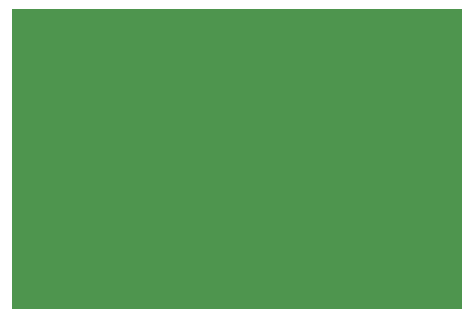
<source format=gbr>
G04 DipTrace 2.2.0.9*
%INBoard.gbr*%
%MOIN*%
%ADD11C,0.006*%
%FSLAX44Y44*%
G04*
G70*
G90*
G75*
G01*
%LNBoardPoly*%
%LPD*%
G36*
X3940Y13940D2*
D11*
Y3940D1*
X18940D1*
Y13940D1*
X3940D1*
G37*
M02*

</source>
